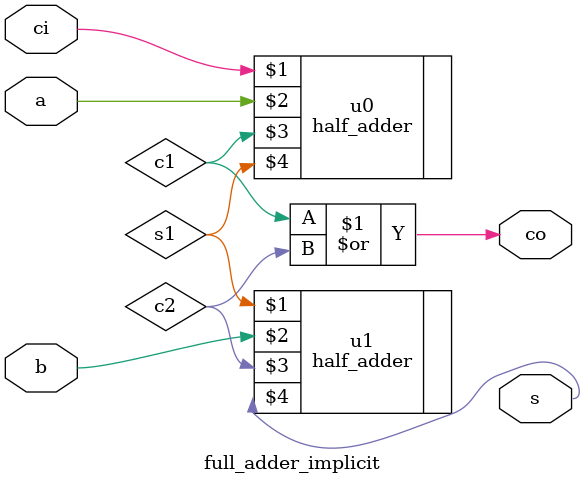
<source format=v>
`timescale 1ns / 1ps


module full_adder_implicit(ci, a, b, co, s);
    input ci, a, b;
    output co, s;
    
    wire ci, a, b, co, s;
    wire s1, c1, c2;
    
    half_adder u0(ci, a, c1, s1);
    half_adder u1(s1, b, c2, s);
    or u3(co, c1, c2);
endmodule

</source>
